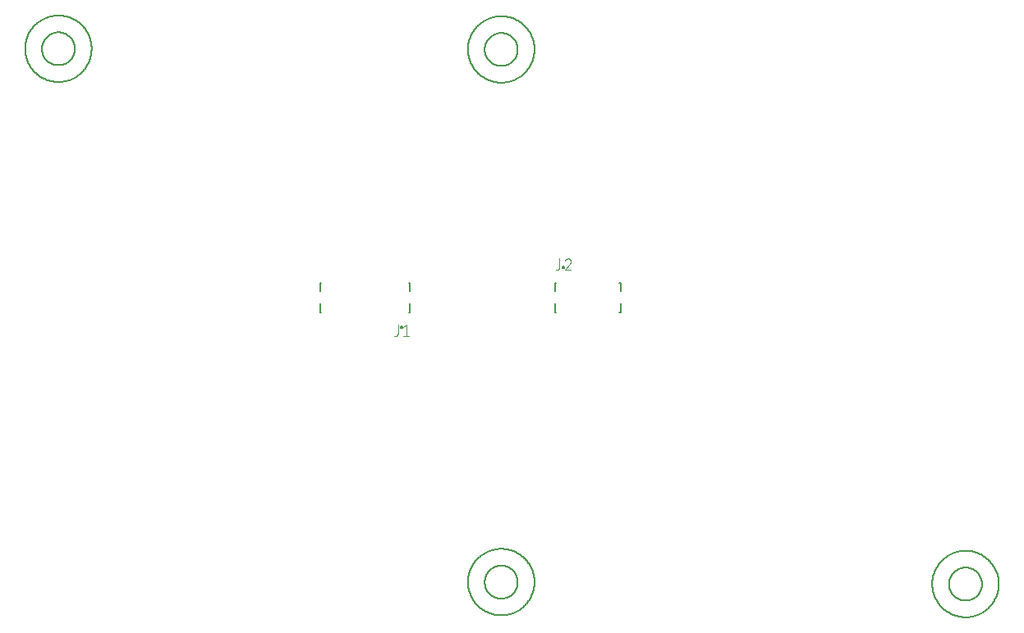
<source format=gbr>
G04 EAGLE Gerber RS-274X export*
G75*
%MOMM*%
%FSLAX34Y34*%
%LPD*%
%INSilkscreen Top*%
%IPPOS*%
%AMOC8*
5,1,8,0,0,1.08239X$1,22.5*%
G01*
%ADD10C,0.152400*%
%ADD11C,0.200000*%
%ADD12C,0.101600*%


D10*
X636310Y786000D02*
X636320Y786842D01*
X636351Y787683D01*
X636403Y788523D01*
X636475Y789361D01*
X636568Y790197D01*
X636681Y791031D01*
X636815Y791862D01*
X636969Y792690D01*
X637143Y793513D01*
X637338Y794332D01*
X637552Y795146D01*
X637787Y795954D01*
X638041Y796756D01*
X638314Y797552D01*
X638608Y798341D01*
X638920Y799122D01*
X639252Y799896D01*
X639602Y800661D01*
X639971Y801417D01*
X640359Y802164D01*
X640765Y802901D01*
X641188Y803629D01*
X641630Y804345D01*
X642089Y805051D01*
X642565Y805744D01*
X643058Y806427D01*
X643568Y807096D01*
X644093Y807753D01*
X644635Y808397D01*
X645193Y809028D01*
X645766Y809644D01*
X646353Y810247D01*
X646956Y810834D01*
X647572Y811407D01*
X648203Y811965D01*
X648847Y812507D01*
X649504Y813032D01*
X650173Y813542D01*
X650856Y814035D01*
X651549Y814511D01*
X652255Y814970D01*
X652971Y815412D01*
X653699Y815835D01*
X654436Y816241D01*
X655183Y816629D01*
X655939Y816998D01*
X656704Y817348D01*
X657478Y817680D01*
X658259Y817992D01*
X659048Y818286D01*
X659844Y818559D01*
X660646Y818813D01*
X661454Y819048D01*
X662268Y819262D01*
X663087Y819457D01*
X663910Y819631D01*
X664738Y819785D01*
X665569Y819919D01*
X666403Y820032D01*
X667239Y820125D01*
X668077Y820197D01*
X668917Y820249D01*
X669758Y820280D01*
X670600Y820290D01*
X671442Y820280D01*
X672283Y820249D01*
X673123Y820197D01*
X673961Y820125D01*
X674797Y820032D01*
X675631Y819919D01*
X676462Y819785D01*
X677290Y819631D01*
X678113Y819457D01*
X678932Y819262D01*
X679746Y819048D01*
X680554Y818813D01*
X681356Y818559D01*
X682152Y818286D01*
X682941Y817992D01*
X683722Y817680D01*
X684496Y817348D01*
X685261Y816998D01*
X686017Y816629D01*
X686764Y816241D01*
X687501Y815835D01*
X688229Y815412D01*
X688945Y814970D01*
X689651Y814511D01*
X690344Y814035D01*
X691027Y813542D01*
X691696Y813032D01*
X692353Y812507D01*
X692997Y811965D01*
X693628Y811407D01*
X694244Y810834D01*
X694847Y810247D01*
X695434Y809644D01*
X696007Y809028D01*
X696565Y808397D01*
X697107Y807753D01*
X697632Y807096D01*
X698142Y806427D01*
X698635Y805744D01*
X699111Y805051D01*
X699570Y804345D01*
X700012Y803629D01*
X700435Y802901D01*
X700841Y802164D01*
X701229Y801417D01*
X701598Y800661D01*
X701948Y799896D01*
X702280Y799122D01*
X702592Y798341D01*
X702886Y797552D01*
X703159Y796756D01*
X703413Y795954D01*
X703648Y795146D01*
X703862Y794332D01*
X704057Y793513D01*
X704231Y792690D01*
X704385Y791862D01*
X704519Y791031D01*
X704632Y790197D01*
X704725Y789361D01*
X704797Y788523D01*
X704849Y787683D01*
X704880Y786842D01*
X704890Y786000D01*
X704880Y785158D01*
X704849Y784317D01*
X704797Y783477D01*
X704725Y782639D01*
X704632Y781803D01*
X704519Y780969D01*
X704385Y780138D01*
X704231Y779310D01*
X704057Y778487D01*
X703862Y777668D01*
X703648Y776854D01*
X703413Y776046D01*
X703159Y775244D01*
X702886Y774448D01*
X702592Y773659D01*
X702280Y772878D01*
X701948Y772104D01*
X701598Y771339D01*
X701229Y770583D01*
X700841Y769836D01*
X700435Y769099D01*
X700012Y768371D01*
X699570Y767655D01*
X699111Y766949D01*
X698635Y766256D01*
X698142Y765573D01*
X697632Y764904D01*
X697107Y764247D01*
X696565Y763603D01*
X696007Y762972D01*
X695434Y762356D01*
X694847Y761753D01*
X694244Y761166D01*
X693628Y760593D01*
X692997Y760035D01*
X692353Y759493D01*
X691696Y758968D01*
X691027Y758458D01*
X690344Y757965D01*
X689651Y757489D01*
X688945Y757030D01*
X688229Y756588D01*
X687501Y756165D01*
X686764Y755759D01*
X686017Y755371D01*
X685261Y755002D01*
X684496Y754652D01*
X683722Y754320D01*
X682941Y754008D01*
X682152Y753714D01*
X681356Y753441D01*
X680554Y753187D01*
X679746Y752952D01*
X678932Y752738D01*
X678113Y752543D01*
X677290Y752369D01*
X676462Y752215D01*
X675631Y752081D01*
X674797Y751968D01*
X673961Y751875D01*
X673123Y751803D01*
X672283Y751751D01*
X671442Y751720D01*
X670600Y751710D01*
X669758Y751720D01*
X668917Y751751D01*
X668077Y751803D01*
X667239Y751875D01*
X666403Y751968D01*
X665569Y752081D01*
X664738Y752215D01*
X663910Y752369D01*
X663087Y752543D01*
X662268Y752738D01*
X661454Y752952D01*
X660646Y753187D01*
X659844Y753441D01*
X659048Y753714D01*
X658259Y754008D01*
X657478Y754320D01*
X656704Y754652D01*
X655939Y755002D01*
X655183Y755371D01*
X654436Y755759D01*
X653699Y756165D01*
X652971Y756588D01*
X652255Y757030D01*
X651549Y757489D01*
X650856Y757965D01*
X650173Y758458D01*
X649504Y758968D01*
X648847Y759493D01*
X648203Y760035D01*
X647572Y760593D01*
X646956Y761166D01*
X646353Y761753D01*
X645766Y762356D01*
X645193Y762972D01*
X644635Y763603D01*
X644093Y764247D01*
X643568Y764904D01*
X643058Y765573D01*
X642565Y766256D01*
X642089Y766949D01*
X641630Y767655D01*
X641188Y768371D01*
X640765Y769099D01*
X640359Y769836D01*
X639971Y770583D01*
X639602Y771339D01*
X639252Y772104D01*
X638920Y772878D01*
X638608Y773659D01*
X638314Y774448D01*
X638041Y775244D01*
X637787Y776046D01*
X637552Y776854D01*
X637338Y777668D01*
X637143Y778487D01*
X636969Y779310D01*
X636815Y780138D01*
X636681Y780969D01*
X636568Y781803D01*
X636475Y782639D01*
X636403Y783477D01*
X636351Y784317D01*
X636320Y785158D01*
X636310Y786000D01*
X653600Y786000D02*
X653605Y786417D01*
X653620Y786834D01*
X653646Y787251D01*
X653682Y787666D01*
X653728Y788081D01*
X653784Y788494D01*
X653850Y788906D01*
X653927Y789317D01*
X654013Y789725D01*
X654109Y790131D01*
X654216Y790534D01*
X654332Y790935D01*
X654458Y791333D01*
X654594Y791727D01*
X654739Y792118D01*
X654894Y792506D01*
X655058Y792889D01*
X655232Y793268D01*
X655415Y793643D01*
X655607Y794014D01*
X655809Y794379D01*
X656019Y794740D01*
X656237Y795095D01*
X656465Y795445D01*
X656701Y795789D01*
X656945Y796127D01*
X657198Y796459D01*
X657459Y796785D01*
X657727Y797104D01*
X658004Y797417D01*
X658288Y797722D01*
X658579Y798021D01*
X658878Y798312D01*
X659183Y798596D01*
X659496Y798873D01*
X659815Y799141D01*
X660141Y799402D01*
X660473Y799655D01*
X660811Y799899D01*
X661155Y800135D01*
X661505Y800363D01*
X661860Y800581D01*
X662221Y800791D01*
X662586Y800993D01*
X662957Y801185D01*
X663332Y801368D01*
X663711Y801542D01*
X664094Y801706D01*
X664482Y801861D01*
X664873Y802006D01*
X665267Y802142D01*
X665665Y802268D01*
X666066Y802384D01*
X666469Y802491D01*
X666875Y802587D01*
X667283Y802673D01*
X667694Y802750D01*
X668106Y802816D01*
X668519Y802872D01*
X668934Y802918D01*
X669349Y802954D01*
X669766Y802980D01*
X670183Y802995D01*
X670600Y803000D01*
X671017Y802995D01*
X671434Y802980D01*
X671851Y802954D01*
X672266Y802918D01*
X672681Y802872D01*
X673094Y802816D01*
X673506Y802750D01*
X673917Y802673D01*
X674325Y802587D01*
X674731Y802491D01*
X675134Y802384D01*
X675535Y802268D01*
X675933Y802142D01*
X676327Y802006D01*
X676718Y801861D01*
X677106Y801706D01*
X677489Y801542D01*
X677868Y801368D01*
X678243Y801185D01*
X678614Y800993D01*
X678979Y800791D01*
X679340Y800581D01*
X679695Y800363D01*
X680045Y800135D01*
X680389Y799899D01*
X680727Y799655D01*
X681059Y799402D01*
X681385Y799141D01*
X681704Y798873D01*
X682017Y798596D01*
X682322Y798312D01*
X682621Y798021D01*
X682912Y797722D01*
X683196Y797417D01*
X683473Y797104D01*
X683741Y796785D01*
X684002Y796459D01*
X684255Y796127D01*
X684499Y795789D01*
X684735Y795445D01*
X684963Y795095D01*
X685181Y794740D01*
X685391Y794379D01*
X685593Y794014D01*
X685785Y793643D01*
X685968Y793268D01*
X686142Y792889D01*
X686306Y792506D01*
X686461Y792118D01*
X686606Y791727D01*
X686742Y791333D01*
X686868Y790935D01*
X686984Y790534D01*
X687091Y790131D01*
X687187Y789725D01*
X687273Y789317D01*
X687350Y788906D01*
X687416Y788494D01*
X687472Y788081D01*
X687518Y787666D01*
X687554Y787251D01*
X687580Y786834D01*
X687595Y786417D01*
X687600Y786000D01*
X687595Y785583D01*
X687580Y785166D01*
X687554Y784749D01*
X687518Y784334D01*
X687472Y783919D01*
X687416Y783506D01*
X687350Y783094D01*
X687273Y782683D01*
X687187Y782275D01*
X687091Y781869D01*
X686984Y781466D01*
X686868Y781065D01*
X686742Y780667D01*
X686606Y780273D01*
X686461Y779882D01*
X686306Y779494D01*
X686142Y779111D01*
X685968Y778732D01*
X685785Y778357D01*
X685593Y777986D01*
X685391Y777621D01*
X685181Y777260D01*
X684963Y776905D01*
X684735Y776555D01*
X684499Y776211D01*
X684255Y775873D01*
X684002Y775541D01*
X683741Y775215D01*
X683473Y774896D01*
X683196Y774583D01*
X682912Y774278D01*
X682621Y773979D01*
X682322Y773688D01*
X682017Y773404D01*
X681704Y773127D01*
X681385Y772859D01*
X681059Y772598D01*
X680727Y772345D01*
X680389Y772101D01*
X680045Y771865D01*
X679695Y771637D01*
X679340Y771419D01*
X678979Y771209D01*
X678614Y771007D01*
X678243Y770815D01*
X677868Y770632D01*
X677489Y770458D01*
X677106Y770294D01*
X676718Y770139D01*
X676327Y769994D01*
X675933Y769858D01*
X675535Y769732D01*
X675134Y769616D01*
X674731Y769509D01*
X674325Y769413D01*
X673917Y769327D01*
X673506Y769250D01*
X673094Y769184D01*
X672681Y769128D01*
X672266Y769082D01*
X671851Y769046D01*
X671434Y769020D01*
X671017Y769005D01*
X670600Y769000D01*
X670183Y769005D01*
X669766Y769020D01*
X669349Y769046D01*
X668934Y769082D01*
X668519Y769128D01*
X668106Y769184D01*
X667694Y769250D01*
X667283Y769327D01*
X666875Y769413D01*
X666469Y769509D01*
X666066Y769616D01*
X665665Y769732D01*
X665267Y769858D01*
X664873Y769994D01*
X664482Y770139D01*
X664094Y770294D01*
X663711Y770458D01*
X663332Y770632D01*
X662957Y770815D01*
X662586Y771007D01*
X662221Y771209D01*
X661860Y771419D01*
X661505Y771637D01*
X661155Y771865D01*
X660811Y772101D01*
X660473Y772345D01*
X660141Y772598D01*
X659815Y772859D01*
X659496Y773127D01*
X659183Y773404D01*
X658878Y773688D01*
X658579Y773979D01*
X658288Y774278D01*
X658004Y774583D01*
X657727Y774896D01*
X657459Y775215D01*
X657198Y775541D01*
X656945Y775873D01*
X656701Y776211D01*
X656465Y776555D01*
X656237Y776905D01*
X656019Y777260D01*
X655809Y777621D01*
X655607Y777986D01*
X655415Y778357D01*
X655232Y778732D01*
X655058Y779111D01*
X654894Y779494D01*
X654739Y779882D01*
X654594Y780273D01*
X654458Y780667D01*
X654332Y781065D01*
X654216Y781466D01*
X654109Y781869D01*
X654013Y782275D01*
X653927Y782683D01*
X653850Y783094D01*
X653784Y783506D01*
X653728Y783919D01*
X653682Y784334D01*
X653646Y784749D01*
X653620Y785166D01*
X653605Y785583D01*
X653600Y786000D01*
X179710Y786700D02*
X179720Y787542D01*
X179751Y788383D01*
X179803Y789223D01*
X179875Y790061D01*
X179968Y790897D01*
X180081Y791731D01*
X180215Y792562D01*
X180369Y793390D01*
X180543Y794213D01*
X180738Y795032D01*
X180952Y795846D01*
X181187Y796654D01*
X181441Y797456D01*
X181714Y798252D01*
X182008Y799041D01*
X182320Y799822D01*
X182652Y800596D01*
X183002Y801361D01*
X183371Y802117D01*
X183759Y802864D01*
X184165Y803601D01*
X184588Y804329D01*
X185030Y805045D01*
X185489Y805751D01*
X185965Y806444D01*
X186458Y807127D01*
X186968Y807796D01*
X187493Y808453D01*
X188035Y809097D01*
X188593Y809728D01*
X189166Y810344D01*
X189753Y810947D01*
X190356Y811534D01*
X190972Y812107D01*
X191603Y812665D01*
X192247Y813207D01*
X192904Y813732D01*
X193573Y814242D01*
X194256Y814735D01*
X194949Y815211D01*
X195655Y815670D01*
X196371Y816112D01*
X197099Y816535D01*
X197836Y816941D01*
X198583Y817329D01*
X199339Y817698D01*
X200104Y818048D01*
X200878Y818380D01*
X201659Y818692D01*
X202448Y818986D01*
X203244Y819259D01*
X204046Y819513D01*
X204854Y819748D01*
X205668Y819962D01*
X206487Y820157D01*
X207310Y820331D01*
X208138Y820485D01*
X208969Y820619D01*
X209803Y820732D01*
X210639Y820825D01*
X211477Y820897D01*
X212317Y820949D01*
X213158Y820980D01*
X214000Y820990D01*
X214842Y820980D01*
X215683Y820949D01*
X216523Y820897D01*
X217361Y820825D01*
X218197Y820732D01*
X219031Y820619D01*
X219862Y820485D01*
X220690Y820331D01*
X221513Y820157D01*
X222332Y819962D01*
X223146Y819748D01*
X223954Y819513D01*
X224756Y819259D01*
X225552Y818986D01*
X226341Y818692D01*
X227122Y818380D01*
X227896Y818048D01*
X228661Y817698D01*
X229417Y817329D01*
X230164Y816941D01*
X230901Y816535D01*
X231629Y816112D01*
X232345Y815670D01*
X233051Y815211D01*
X233744Y814735D01*
X234427Y814242D01*
X235096Y813732D01*
X235753Y813207D01*
X236397Y812665D01*
X237028Y812107D01*
X237644Y811534D01*
X238247Y810947D01*
X238834Y810344D01*
X239407Y809728D01*
X239965Y809097D01*
X240507Y808453D01*
X241032Y807796D01*
X241542Y807127D01*
X242035Y806444D01*
X242511Y805751D01*
X242970Y805045D01*
X243412Y804329D01*
X243835Y803601D01*
X244241Y802864D01*
X244629Y802117D01*
X244998Y801361D01*
X245348Y800596D01*
X245680Y799822D01*
X245992Y799041D01*
X246286Y798252D01*
X246559Y797456D01*
X246813Y796654D01*
X247048Y795846D01*
X247262Y795032D01*
X247457Y794213D01*
X247631Y793390D01*
X247785Y792562D01*
X247919Y791731D01*
X248032Y790897D01*
X248125Y790061D01*
X248197Y789223D01*
X248249Y788383D01*
X248280Y787542D01*
X248290Y786700D01*
X248280Y785858D01*
X248249Y785017D01*
X248197Y784177D01*
X248125Y783339D01*
X248032Y782503D01*
X247919Y781669D01*
X247785Y780838D01*
X247631Y780010D01*
X247457Y779187D01*
X247262Y778368D01*
X247048Y777554D01*
X246813Y776746D01*
X246559Y775944D01*
X246286Y775148D01*
X245992Y774359D01*
X245680Y773578D01*
X245348Y772804D01*
X244998Y772039D01*
X244629Y771283D01*
X244241Y770536D01*
X243835Y769799D01*
X243412Y769071D01*
X242970Y768355D01*
X242511Y767649D01*
X242035Y766956D01*
X241542Y766273D01*
X241032Y765604D01*
X240507Y764947D01*
X239965Y764303D01*
X239407Y763672D01*
X238834Y763056D01*
X238247Y762453D01*
X237644Y761866D01*
X237028Y761293D01*
X236397Y760735D01*
X235753Y760193D01*
X235096Y759668D01*
X234427Y759158D01*
X233744Y758665D01*
X233051Y758189D01*
X232345Y757730D01*
X231629Y757288D01*
X230901Y756865D01*
X230164Y756459D01*
X229417Y756071D01*
X228661Y755702D01*
X227896Y755352D01*
X227122Y755020D01*
X226341Y754708D01*
X225552Y754414D01*
X224756Y754141D01*
X223954Y753887D01*
X223146Y753652D01*
X222332Y753438D01*
X221513Y753243D01*
X220690Y753069D01*
X219862Y752915D01*
X219031Y752781D01*
X218197Y752668D01*
X217361Y752575D01*
X216523Y752503D01*
X215683Y752451D01*
X214842Y752420D01*
X214000Y752410D01*
X213158Y752420D01*
X212317Y752451D01*
X211477Y752503D01*
X210639Y752575D01*
X209803Y752668D01*
X208969Y752781D01*
X208138Y752915D01*
X207310Y753069D01*
X206487Y753243D01*
X205668Y753438D01*
X204854Y753652D01*
X204046Y753887D01*
X203244Y754141D01*
X202448Y754414D01*
X201659Y754708D01*
X200878Y755020D01*
X200104Y755352D01*
X199339Y755702D01*
X198583Y756071D01*
X197836Y756459D01*
X197099Y756865D01*
X196371Y757288D01*
X195655Y757730D01*
X194949Y758189D01*
X194256Y758665D01*
X193573Y759158D01*
X192904Y759668D01*
X192247Y760193D01*
X191603Y760735D01*
X190972Y761293D01*
X190356Y761866D01*
X189753Y762453D01*
X189166Y763056D01*
X188593Y763672D01*
X188035Y764303D01*
X187493Y764947D01*
X186968Y765604D01*
X186458Y766273D01*
X185965Y766956D01*
X185489Y767649D01*
X185030Y768355D01*
X184588Y769071D01*
X184165Y769799D01*
X183759Y770536D01*
X183371Y771283D01*
X183002Y772039D01*
X182652Y772804D01*
X182320Y773578D01*
X182008Y774359D01*
X181714Y775148D01*
X181441Y775944D01*
X181187Y776746D01*
X180952Y777554D01*
X180738Y778368D01*
X180543Y779187D01*
X180369Y780010D01*
X180215Y780838D01*
X180081Y781669D01*
X179968Y782503D01*
X179875Y783339D01*
X179803Y784177D01*
X179751Y785017D01*
X179720Y785858D01*
X179710Y786700D01*
X197000Y786700D02*
X197005Y787117D01*
X197020Y787534D01*
X197046Y787951D01*
X197082Y788366D01*
X197128Y788781D01*
X197184Y789194D01*
X197250Y789606D01*
X197327Y790017D01*
X197413Y790425D01*
X197509Y790831D01*
X197616Y791234D01*
X197732Y791635D01*
X197858Y792033D01*
X197994Y792427D01*
X198139Y792818D01*
X198294Y793206D01*
X198458Y793589D01*
X198632Y793968D01*
X198815Y794343D01*
X199007Y794714D01*
X199209Y795079D01*
X199419Y795440D01*
X199637Y795795D01*
X199865Y796145D01*
X200101Y796489D01*
X200345Y796827D01*
X200598Y797159D01*
X200859Y797485D01*
X201127Y797804D01*
X201404Y798117D01*
X201688Y798422D01*
X201979Y798721D01*
X202278Y799012D01*
X202583Y799296D01*
X202896Y799573D01*
X203215Y799841D01*
X203541Y800102D01*
X203873Y800355D01*
X204211Y800599D01*
X204555Y800835D01*
X204905Y801063D01*
X205260Y801281D01*
X205621Y801491D01*
X205986Y801693D01*
X206357Y801885D01*
X206732Y802068D01*
X207111Y802242D01*
X207494Y802406D01*
X207882Y802561D01*
X208273Y802706D01*
X208667Y802842D01*
X209065Y802968D01*
X209466Y803084D01*
X209869Y803191D01*
X210275Y803287D01*
X210683Y803373D01*
X211094Y803450D01*
X211506Y803516D01*
X211919Y803572D01*
X212334Y803618D01*
X212749Y803654D01*
X213166Y803680D01*
X213583Y803695D01*
X214000Y803700D01*
X214417Y803695D01*
X214834Y803680D01*
X215251Y803654D01*
X215666Y803618D01*
X216081Y803572D01*
X216494Y803516D01*
X216906Y803450D01*
X217317Y803373D01*
X217725Y803287D01*
X218131Y803191D01*
X218534Y803084D01*
X218935Y802968D01*
X219333Y802842D01*
X219727Y802706D01*
X220118Y802561D01*
X220506Y802406D01*
X220889Y802242D01*
X221268Y802068D01*
X221643Y801885D01*
X222014Y801693D01*
X222379Y801491D01*
X222740Y801281D01*
X223095Y801063D01*
X223445Y800835D01*
X223789Y800599D01*
X224127Y800355D01*
X224459Y800102D01*
X224785Y799841D01*
X225104Y799573D01*
X225417Y799296D01*
X225722Y799012D01*
X226021Y798721D01*
X226312Y798422D01*
X226596Y798117D01*
X226873Y797804D01*
X227141Y797485D01*
X227402Y797159D01*
X227655Y796827D01*
X227899Y796489D01*
X228135Y796145D01*
X228363Y795795D01*
X228581Y795440D01*
X228791Y795079D01*
X228993Y794714D01*
X229185Y794343D01*
X229368Y793968D01*
X229542Y793589D01*
X229706Y793206D01*
X229861Y792818D01*
X230006Y792427D01*
X230142Y792033D01*
X230268Y791635D01*
X230384Y791234D01*
X230491Y790831D01*
X230587Y790425D01*
X230673Y790017D01*
X230750Y789606D01*
X230816Y789194D01*
X230872Y788781D01*
X230918Y788366D01*
X230954Y787951D01*
X230980Y787534D01*
X230995Y787117D01*
X231000Y786700D01*
X230995Y786283D01*
X230980Y785866D01*
X230954Y785449D01*
X230918Y785034D01*
X230872Y784619D01*
X230816Y784206D01*
X230750Y783794D01*
X230673Y783383D01*
X230587Y782975D01*
X230491Y782569D01*
X230384Y782166D01*
X230268Y781765D01*
X230142Y781367D01*
X230006Y780973D01*
X229861Y780582D01*
X229706Y780194D01*
X229542Y779811D01*
X229368Y779432D01*
X229185Y779057D01*
X228993Y778686D01*
X228791Y778321D01*
X228581Y777960D01*
X228363Y777605D01*
X228135Y777255D01*
X227899Y776911D01*
X227655Y776573D01*
X227402Y776241D01*
X227141Y775915D01*
X226873Y775596D01*
X226596Y775283D01*
X226312Y774978D01*
X226021Y774679D01*
X225722Y774388D01*
X225417Y774104D01*
X225104Y773827D01*
X224785Y773559D01*
X224459Y773298D01*
X224127Y773045D01*
X223789Y772801D01*
X223445Y772565D01*
X223095Y772337D01*
X222740Y772119D01*
X222379Y771909D01*
X222014Y771707D01*
X221643Y771515D01*
X221268Y771332D01*
X220889Y771158D01*
X220506Y770994D01*
X220118Y770839D01*
X219727Y770694D01*
X219333Y770558D01*
X218935Y770432D01*
X218534Y770316D01*
X218131Y770209D01*
X217725Y770113D01*
X217317Y770027D01*
X216906Y769950D01*
X216494Y769884D01*
X216081Y769828D01*
X215666Y769782D01*
X215251Y769746D01*
X214834Y769720D01*
X214417Y769705D01*
X214000Y769700D01*
X213583Y769705D01*
X213166Y769720D01*
X212749Y769746D01*
X212334Y769782D01*
X211919Y769828D01*
X211506Y769884D01*
X211094Y769950D01*
X210683Y770027D01*
X210275Y770113D01*
X209869Y770209D01*
X209466Y770316D01*
X209065Y770432D01*
X208667Y770558D01*
X208273Y770694D01*
X207882Y770839D01*
X207494Y770994D01*
X207111Y771158D01*
X206732Y771332D01*
X206357Y771515D01*
X205986Y771707D01*
X205621Y771909D01*
X205260Y772119D01*
X204905Y772337D01*
X204555Y772565D01*
X204211Y772801D01*
X203873Y773045D01*
X203541Y773298D01*
X203215Y773559D01*
X202896Y773827D01*
X202583Y774104D01*
X202278Y774388D01*
X201979Y774679D01*
X201688Y774978D01*
X201404Y775283D01*
X201127Y775596D01*
X200859Y775915D01*
X200598Y776241D01*
X200345Y776573D01*
X200101Y776911D01*
X199865Y777255D01*
X199637Y777605D01*
X199419Y777960D01*
X199209Y778321D01*
X199007Y778686D01*
X198815Y779057D01*
X198632Y779432D01*
X198458Y779811D01*
X198294Y780194D01*
X198139Y780582D01*
X197994Y780973D01*
X197858Y781367D01*
X197732Y781765D01*
X197616Y782166D01*
X197509Y782569D01*
X197413Y782975D01*
X197327Y783383D01*
X197250Y783794D01*
X197184Y784206D01*
X197128Y784619D01*
X197082Y785034D01*
X197046Y785449D01*
X197020Y785866D01*
X197005Y786283D01*
X197000Y786700D01*
X1115010Y234000D02*
X1115020Y234842D01*
X1115051Y235683D01*
X1115103Y236523D01*
X1115175Y237361D01*
X1115268Y238197D01*
X1115381Y239031D01*
X1115515Y239862D01*
X1115669Y240690D01*
X1115843Y241513D01*
X1116038Y242332D01*
X1116252Y243146D01*
X1116487Y243954D01*
X1116741Y244756D01*
X1117014Y245552D01*
X1117308Y246341D01*
X1117620Y247122D01*
X1117952Y247896D01*
X1118302Y248661D01*
X1118671Y249417D01*
X1119059Y250164D01*
X1119465Y250901D01*
X1119888Y251629D01*
X1120330Y252345D01*
X1120789Y253051D01*
X1121265Y253744D01*
X1121758Y254427D01*
X1122268Y255096D01*
X1122793Y255753D01*
X1123335Y256397D01*
X1123893Y257028D01*
X1124466Y257644D01*
X1125053Y258247D01*
X1125656Y258834D01*
X1126272Y259407D01*
X1126903Y259965D01*
X1127547Y260507D01*
X1128204Y261032D01*
X1128873Y261542D01*
X1129556Y262035D01*
X1130249Y262511D01*
X1130955Y262970D01*
X1131671Y263412D01*
X1132399Y263835D01*
X1133136Y264241D01*
X1133883Y264629D01*
X1134639Y264998D01*
X1135404Y265348D01*
X1136178Y265680D01*
X1136959Y265992D01*
X1137748Y266286D01*
X1138544Y266559D01*
X1139346Y266813D01*
X1140154Y267048D01*
X1140968Y267262D01*
X1141787Y267457D01*
X1142610Y267631D01*
X1143438Y267785D01*
X1144269Y267919D01*
X1145103Y268032D01*
X1145939Y268125D01*
X1146777Y268197D01*
X1147617Y268249D01*
X1148458Y268280D01*
X1149300Y268290D01*
X1150142Y268280D01*
X1150983Y268249D01*
X1151823Y268197D01*
X1152661Y268125D01*
X1153497Y268032D01*
X1154331Y267919D01*
X1155162Y267785D01*
X1155990Y267631D01*
X1156813Y267457D01*
X1157632Y267262D01*
X1158446Y267048D01*
X1159254Y266813D01*
X1160056Y266559D01*
X1160852Y266286D01*
X1161641Y265992D01*
X1162422Y265680D01*
X1163196Y265348D01*
X1163961Y264998D01*
X1164717Y264629D01*
X1165464Y264241D01*
X1166201Y263835D01*
X1166929Y263412D01*
X1167645Y262970D01*
X1168351Y262511D01*
X1169044Y262035D01*
X1169727Y261542D01*
X1170396Y261032D01*
X1171053Y260507D01*
X1171697Y259965D01*
X1172328Y259407D01*
X1172944Y258834D01*
X1173547Y258247D01*
X1174134Y257644D01*
X1174707Y257028D01*
X1175265Y256397D01*
X1175807Y255753D01*
X1176332Y255096D01*
X1176842Y254427D01*
X1177335Y253744D01*
X1177811Y253051D01*
X1178270Y252345D01*
X1178712Y251629D01*
X1179135Y250901D01*
X1179541Y250164D01*
X1179929Y249417D01*
X1180298Y248661D01*
X1180648Y247896D01*
X1180980Y247122D01*
X1181292Y246341D01*
X1181586Y245552D01*
X1181859Y244756D01*
X1182113Y243954D01*
X1182348Y243146D01*
X1182562Y242332D01*
X1182757Y241513D01*
X1182931Y240690D01*
X1183085Y239862D01*
X1183219Y239031D01*
X1183332Y238197D01*
X1183425Y237361D01*
X1183497Y236523D01*
X1183549Y235683D01*
X1183580Y234842D01*
X1183590Y234000D01*
X1183580Y233158D01*
X1183549Y232317D01*
X1183497Y231477D01*
X1183425Y230639D01*
X1183332Y229803D01*
X1183219Y228969D01*
X1183085Y228138D01*
X1182931Y227310D01*
X1182757Y226487D01*
X1182562Y225668D01*
X1182348Y224854D01*
X1182113Y224046D01*
X1181859Y223244D01*
X1181586Y222448D01*
X1181292Y221659D01*
X1180980Y220878D01*
X1180648Y220104D01*
X1180298Y219339D01*
X1179929Y218583D01*
X1179541Y217836D01*
X1179135Y217099D01*
X1178712Y216371D01*
X1178270Y215655D01*
X1177811Y214949D01*
X1177335Y214256D01*
X1176842Y213573D01*
X1176332Y212904D01*
X1175807Y212247D01*
X1175265Y211603D01*
X1174707Y210972D01*
X1174134Y210356D01*
X1173547Y209753D01*
X1172944Y209166D01*
X1172328Y208593D01*
X1171697Y208035D01*
X1171053Y207493D01*
X1170396Y206968D01*
X1169727Y206458D01*
X1169044Y205965D01*
X1168351Y205489D01*
X1167645Y205030D01*
X1166929Y204588D01*
X1166201Y204165D01*
X1165464Y203759D01*
X1164717Y203371D01*
X1163961Y203002D01*
X1163196Y202652D01*
X1162422Y202320D01*
X1161641Y202008D01*
X1160852Y201714D01*
X1160056Y201441D01*
X1159254Y201187D01*
X1158446Y200952D01*
X1157632Y200738D01*
X1156813Y200543D01*
X1155990Y200369D01*
X1155162Y200215D01*
X1154331Y200081D01*
X1153497Y199968D01*
X1152661Y199875D01*
X1151823Y199803D01*
X1150983Y199751D01*
X1150142Y199720D01*
X1149300Y199710D01*
X1148458Y199720D01*
X1147617Y199751D01*
X1146777Y199803D01*
X1145939Y199875D01*
X1145103Y199968D01*
X1144269Y200081D01*
X1143438Y200215D01*
X1142610Y200369D01*
X1141787Y200543D01*
X1140968Y200738D01*
X1140154Y200952D01*
X1139346Y201187D01*
X1138544Y201441D01*
X1137748Y201714D01*
X1136959Y202008D01*
X1136178Y202320D01*
X1135404Y202652D01*
X1134639Y203002D01*
X1133883Y203371D01*
X1133136Y203759D01*
X1132399Y204165D01*
X1131671Y204588D01*
X1130955Y205030D01*
X1130249Y205489D01*
X1129556Y205965D01*
X1128873Y206458D01*
X1128204Y206968D01*
X1127547Y207493D01*
X1126903Y208035D01*
X1126272Y208593D01*
X1125656Y209166D01*
X1125053Y209753D01*
X1124466Y210356D01*
X1123893Y210972D01*
X1123335Y211603D01*
X1122793Y212247D01*
X1122268Y212904D01*
X1121758Y213573D01*
X1121265Y214256D01*
X1120789Y214949D01*
X1120330Y215655D01*
X1119888Y216371D01*
X1119465Y217099D01*
X1119059Y217836D01*
X1118671Y218583D01*
X1118302Y219339D01*
X1117952Y220104D01*
X1117620Y220878D01*
X1117308Y221659D01*
X1117014Y222448D01*
X1116741Y223244D01*
X1116487Y224046D01*
X1116252Y224854D01*
X1116038Y225668D01*
X1115843Y226487D01*
X1115669Y227310D01*
X1115515Y228138D01*
X1115381Y228969D01*
X1115268Y229803D01*
X1115175Y230639D01*
X1115103Y231477D01*
X1115051Y232317D01*
X1115020Y233158D01*
X1115010Y234000D01*
X1132300Y234000D02*
X1132305Y234417D01*
X1132320Y234834D01*
X1132346Y235251D01*
X1132382Y235666D01*
X1132428Y236081D01*
X1132484Y236494D01*
X1132550Y236906D01*
X1132627Y237317D01*
X1132713Y237725D01*
X1132809Y238131D01*
X1132916Y238534D01*
X1133032Y238935D01*
X1133158Y239333D01*
X1133294Y239727D01*
X1133439Y240118D01*
X1133594Y240506D01*
X1133758Y240889D01*
X1133932Y241268D01*
X1134115Y241643D01*
X1134307Y242014D01*
X1134509Y242379D01*
X1134719Y242740D01*
X1134937Y243095D01*
X1135165Y243445D01*
X1135401Y243789D01*
X1135645Y244127D01*
X1135898Y244459D01*
X1136159Y244785D01*
X1136427Y245104D01*
X1136704Y245417D01*
X1136988Y245722D01*
X1137279Y246021D01*
X1137578Y246312D01*
X1137883Y246596D01*
X1138196Y246873D01*
X1138515Y247141D01*
X1138841Y247402D01*
X1139173Y247655D01*
X1139511Y247899D01*
X1139855Y248135D01*
X1140205Y248363D01*
X1140560Y248581D01*
X1140921Y248791D01*
X1141286Y248993D01*
X1141657Y249185D01*
X1142032Y249368D01*
X1142411Y249542D01*
X1142794Y249706D01*
X1143182Y249861D01*
X1143573Y250006D01*
X1143967Y250142D01*
X1144365Y250268D01*
X1144766Y250384D01*
X1145169Y250491D01*
X1145575Y250587D01*
X1145983Y250673D01*
X1146394Y250750D01*
X1146806Y250816D01*
X1147219Y250872D01*
X1147634Y250918D01*
X1148049Y250954D01*
X1148466Y250980D01*
X1148883Y250995D01*
X1149300Y251000D01*
X1149717Y250995D01*
X1150134Y250980D01*
X1150551Y250954D01*
X1150966Y250918D01*
X1151381Y250872D01*
X1151794Y250816D01*
X1152206Y250750D01*
X1152617Y250673D01*
X1153025Y250587D01*
X1153431Y250491D01*
X1153834Y250384D01*
X1154235Y250268D01*
X1154633Y250142D01*
X1155027Y250006D01*
X1155418Y249861D01*
X1155806Y249706D01*
X1156189Y249542D01*
X1156568Y249368D01*
X1156943Y249185D01*
X1157314Y248993D01*
X1157679Y248791D01*
X1158040Y248581D01*
X1158395Y248363D01*
X1158745Y248135D01*
X1159089Y247899D01*
X1159427Y247655D01*
X1159759Y247402D01*
X1160085Y247141D01*
X1160404Y246873D01*
X1160717Y246596D01*
X1161022Y246312D01*
X1161321Y246021D01*
X1161612Y245722D01*
X1161896Y245417D01*
X1162173Y245104D01*
X1162441Y244785D01*
X1162702Y244459D01*
X1162955Y244127D01*
X1163199Y243789D01*
X1163435Y243445D01*
X1163663Y243095D01*
X1163881Y242740D01*
X1164091Y242379D01*
X1164293Y242014D01*
X1164485Y241643D01*
X1164668Y241268D01*
X1164842Y240889D01*
X1165006Y240506D01*
X1165161Y240118D01*
X1165306Y239727D01*
X1165442Y239333D01*
X1165568Y238935D01*
X1165684Y238534D01*
X1165791Y238131D01*
X1165887Y237725D01*
X1165973Y237317D01*
X1166050Y236906D01*
X1166116Y236494D01*
X1166172Y236081D01*
X1166218Y235666D01*
X1166254Y235251D01*
X1166280Y234834D01*
X1166295Y234417D01*
X1166300Y234000D01*
X1166295Y233583D01*
X1166280Y233166D01*
X1166254Y232749D01*
X1166218Y232334D01*
X1166172Y231919D01*
X1166116Y231506D01*
X1166050Y231094D01*
X1165973Y230683D01*
X1165887Y230275D01*
X1165791Y229869D01*
X1165684Y229466D01*
X1165568Y229065D01*
X1165442Y228667D01*
X1165306Y228273D01*
X1165161Y227882D01*
X1165006Y227494D01*
X1164842Y227111D01*
X1164668Y226732D01*
X1164485Y226357D01*
X1164293Y225986D01*
X1164091Y225621D01*
X1163881Y225260D01*
X1163663Y224905D01*
X1163435Y224555D01*
X1163199Y224211D01*
X1162955Y223873D01*
X1162702Y223541D01*
X1162441Y223215D01*
X1162173Y222896D01*
X1161896Y222583D01*
X1161612Y222278D01*
X1161321Y221979D01*
X1161022Y221688D01*
X1160717Y221404D01*
X1160404Y221127D01*
X1160085Y220859D01*
X1159759Y220598D01*
X1159427Y220345D01*
X1159089Y220101D01*
X1158745Y219865D01*
X1158395Y219637D01*
X1158040Y219419D01*
X1157679Y219209D01*
X1157314Y219007D01*
X1156943Y218815D01*
X1156568Y218632D01*
X1156189Y218458D01*
X1155806Y218294D01*
X1155418Y218139D01*
X1155027Y217994D01*
X1154633Y217858D01*
X1154235Y217732D01*
X1153834Y217616D01*
X1153431Y217509D01*
X1153025Y217413D01*
X1152617Y217327D01*
X1152206Y217250D01*
X1151794Y217184D01*
X1151381Y217128D01*
X1150966Y217082D01*
X1150551Y217046D01*
X1150134Y217020D01*
X1149717Y217005D01*
X1149300Y217000D01*
X1148883Y217005D01*
X1148466Y217020D01*
X1148049Y217046D01*
X1147634Y217082D01*
X1147219Y217128D01*
X1146806Y217184D01*
X1146394Y217250D01*
X1145983Y217327D01*
X1145575Y217413D01*
X1145169Y217509D01*
X1144766Y217616D01*
X1144365Y217732D01*
X1143967Y217858D01*
X1143573Y217994D01*
X1143182Y218139D01*
X1142794Y218294D01*
X1142411Y218458D01*
X1142032Y218632D01*
X1141657Y218815D01*
X1141286Y219007D01*
X1140921Y219209D01*
X1140560Y219419D01*
X1140205Y219637D01*
X1139855Y219865D01*
X1139511Y220101D01*
X1139173Y220345D01*
X1138841Y220598D01*
X1138515Y220859D01*
X1138196Y221127D01*
X1137883Y221404D01*
X1137578Y221688D01*
X1137279Y221979D01*
X1136988Y222278D01*
X1136704Y222583D01*
X1136427Y222896D01*
X1136159Y223215D01*
X1135898Y223541D01*
X1135645Y223873D01*
X1135401Y224211D01*
X1135165Y224555D01*
X1134937Y224905D01*
X1134719Y225260D01*
X1134509Y225621D01*
X1134307Y225986D01*
X1134115Y226357D01*
X1133932Y226732D01*
X1133758Y227111D01*
X1133594Y227494D01*
X1133439Y227882D01*
X1133294Y228273D01*
X1133158Y228667D01*
X1133032Y229065D01*
X1132916Y229466D01*
X1132809Y229869D01*
X1132713Y230275D01*
X1132627Y230683D01*
X1132550Y231094D01*
X1132484Y231506D01*
X1132428Y231919D01*
X1132382Y232334D01*
X1132346Y232749D01*
X1132320Y233166D01*
X1132305Y233583D01*
X1132300Y234000D01*
X636310Y236000D02*
X636320Y236842D01*
X636351Y237683D01*
X636403Y238523D01*
X636475Y239361D01*
X636568Y240197D01*
X636681Y241031D01*
X636815Y241862D01*
X636969Y242690D01*
X637143Y243513D01*
X637338Y244332D01*
X637552Y245146D01*
X637787Y245954D01*
X638041Y246756D01*
X638314Y247552D01*
X638608Y248341D01*
X638920Y249122D01*
X639252Y249896D01*
X639602Y250661D01*
X639971Y251417D01*
X640359Y252164D01*
X640765Y252901D01*
X641188Y253629D01*
X641630Y254345D01*
X642089Y255051D01*
X642565Y255744D01*
X643058Y256427D01*
X643568Y257096D01*
X644093Y257753D01*
X644635Y258397D01*
X645193Y259028D01*
X645766Y259644D01*
X646353Y260247D01*
X646956Y260834D01*
X647572Y261407D01*
X648203Y261965D01*
X648847Y262507D01*
X649504Y263032D01*
X650173Y263542D01*
X650856Y264035D01*
X651549Y264511D01*
X652255Y264970D01*
X652971Y265412D01*
X653699Y265835D01*
X654436Y266241D01*
X655183Y266629D01*
X655939Y266998D01*
X656704Y267348D01*
X657478Y267680D01*
X658259Y267992D01*
X659048Y268286D01*
X659844Y268559D01*
X660646Y268813D01*
X661454Y269048D01*
X662268Y269262D01*
X663087Y269457D01*
X663910Y269631D01*
X664738Y269785D01*
X665569Y269919D01*
X666403Y270032D01*
X667239Y270125D01*
X668077Y270197D01*
X668917Y270249D01*
X669758Y270280D01*
X670600Y270290D01*
X671442Y270280D01*
X672283Y270249D01*
X673123Y270197D01*
X673961Y270125D01*
X674797Y270032D01*
X675631Y269919D01*
X676462Y269785D01*
X677290Y269631D01*
X678113Y269457D01*
X678932Y269262D01*
X679746Y269048D01*
X680554Y268813D01*
X681356Y268559D01*
X682152Y268286D01*
X682941Y267992D01*
X683722Y267680D01*
X684496Y267348D01*
X685261Y266998D01*
X686017Y266629D01*
X686764Y266241D01*
X687501Y265835D01*
X688229Y265412D01*
X688945Y264970D01*
X689651Y264511D01*
X690344Y264035D01*
X691027Y263542D01*
X691696Y263032D01*
X692353Y262507D01*
X692997Y261965D01*
X693628Y261407D01*
X694244Y260834D01*
X694847Y260247D01*
X695434Y259644D01*
X696007Y259028D01*
X696565Y258397D01*
X697107Y257753D01*
X697632Y257096D01*
X698142Y256427D01*
X698635Y255744D01*
X699111Y255051D01*
X699570Y254345D01*
X700012Y253629D01*
X700435Y252901D01*
X700841Y252164D01*
X701229Y251417D01*
X701598Y250661D01*
X701948Y249896D01*
X702280Y249122D01*
X702592Y248341D01*
X702886Y247552D01*
X703159Y246756D01*
X703413Y245954D01*
X703648Y245146D01*
X703862Y244332D01*
X704057Y243513D01*
X704231Y242690D01*
X704385Y241862D01*
X704519Y241031D01*
X704632Y240197D01*
X704725Y239361D01*
X704797Y238523D01*
X704849Y237683D01*
X704880Y236842D01*
X704890Y236000D01*
X704880Y235158D01*
X704849Y234317D01*
X704797Y233477D01*
X704725Y232639D01*
X704632Y231803D01*
X704519Y230969D01*
X704385Y230138D01*
X704231Y229310D01*
X704057Y228487D01*
X703862Y227668D01*
X703648Y226854D01*
X703413Y226046D01*
X703159Y225244D01*
X702886Y224448D01*
X702592Y223659D01*
X702280Y222878D01*
X701948Y222104D01*
X701598Y221339D01*
X701229Y220583D01*
X700841Y219836D01*
X700435Y219099D01*
X700012Y218371D01*
X699570Y217655D01*
X699111Y216949D01*
X698635Y216256D01*
X698142Y215573D01*
X697632Y214904D01*
X697107Y214247D01*
X696565Y213603D01*
X696007Y212972D01*
X695434Y212356D01*
X694847Y211753D01*
X694244Y211166D01*
X693628Y210593D01*
X692997Y210035D01*
X692353Y209493D01*
X691696Y208968D01*
X691027Y208458D01*
X690344Y207965D01*
X689651Y207489D01*
X688945Y207030D01*
X688229Y206588D01*
X687501Y206165D01*
X686764Y205759D01*
X686017Y205371D01*
X685261Y205002D01*
X684496Y204652D01*
X683722Y204320D01*
X682941Y204008D01*
X682152Y203714D01*
X681356Y203441D01*
X680554Y203187D01*
X679746Y202952D01*
X678932Y202738D01*
X678113Y202543D01*
X677290Y202369D01*
X676462Y202215D01*
X675631Y202081D01*
X674797Y201968D01*
X673961Y201875D01*
X673123Y201803D01*
X672283Y201751D01*
X671442Y201720D01*
X670600Y201710D01*
X669758Y201720D01*
X668917Y201751D01*
X668077Y201803D01*
X667239Y201875D01*
X666403Y201968D01*
X665569Y202081D01*
X664738Y202215D01*
X663910Y202369D01*
X663087Y202543D01*
X662268Y202738D01*
X661454Y202952D01*
X660646Y203187D01*
X659844Y203441D01*
X659048Y203714D01*
X658259Y204008D01*
X657478Y204320D01*
X656704Y204652D01*
X655939Y205002D01*
X655183Y205371D01*
X654436Y205759D01*
X653699Y206165D01*
X652971Y206588D01*
X652255Y207030D01*
X651549Y207489D01*
X650856Y207965D01*
X650173Y208458D01*
X649504Y208968D01*
X648847Y209493D01*
X648203Y210035D01*
X647572Y210593D01*
X646956Y211166D01*
X646353Y211753D01*
X645766Y212356D01*
X645193Y212972D01*
X644635Y213603D01*
X644093Y214247D01*
X643568Y214904D01*
X643058Y215573D01*
X642565Y216256D01*
X642089Y216949D01*
X641630Y217655D01*
X641188Y218371D01*
X640765Y219099D01*
X640359Y219836D01*
X639971Y220583D01*
X639602Y221339D01*
X639252Y222104D01*
X638920Y222878D01*
X638608Y223659D01*
X638314Y224448D01*
X638041Y225244D01*
X637787Y226046D01*
X637552Y226854D01*
X637338Y227668D01*
X637143Y228487D01*
X636969Y229310D01*
X636815Y230138D01*
X636681Y230969D01*
X636568Y231803D01*
X636475Y232639D01*
X636403Y233477D01*
X636351Y234317D01*
X636320Y235158D01*
X636310Y236000D01*
X653600Y236000D02*
X653605Y236417D01*
X653620Y236834D01*
X653646Y237251D01*
X653682Y237666D01*
X653728Y238081D01*
X653784Y238494D01*
X653850Y238906D01*
X653927Y239317D01*
X654013Y239725D01*
X654109Y240131D01*
X654216Y240534D01*
X654332Y240935D01*
X654458Y241333D01*
X654594Y241727D01*
X654739Y242118D01*
X654894Y242506D01*
X655058Y242889D01*
X655232Y243268D01*
X655415Y243643D01*
X655607Y244014D01*
X655809Y244379D01*
X656019Y244740D01*
X656237Y245095D01*
X656465Y245445D01*
X656701Y245789D01*
X656945Y246127D01*
X657198Y246459D01*
X657459Y246785D01*
X657727Y247104D01*
X658004Y247417D01*
X658288Y247722D01*
X658579Y248021D01*
X658878Y248312D01*
X659183Y248596D01*
X659496Y248873D01*
X659815Y249141D01*
X660141Y249402D01*
X660473Y249655D01*
X660811Y249899D01*
X661155Y250135D01*
X661505Y250363D01*
X661860Y250581D01*
X662221Y250791D01*
X662586Y250993D01*
X662957Y251185D01*
X663332Y251368D01*
X663711Y251542D01*
X664094Y251706D01*
X664482Y251861D01*
X664873Y252006D01*
X665267Y252142D01*
X665665Y252268D01*
X666066Y252384D01*
X666469Y252491D01*
X666875Y252587D01*
X667283Y252673D01*
X667694Y252750D01*
X668106Y252816D01*
X668519Y252872D01*
X668934Y252918D01*
X669349Y252954D01*
X669766Y252980D01*
X670183Y252995D01*
X670600Y253000D01*
X671017Y252995D01*
X671434Y252980D01*
X671851Y252954D01*
X672266Y252918D01*
X672681Y252872D01*
X673094Y252816D01*
X673506Y252750D01*
X673917Y252673D01*
X674325Y252587D01*
X674731Y252491D01*
X675134Y252384D01*
X675535Y252268D01*
X675933Y252142D01*
X676327Y252006D01*
X676718Y251861D01*
X677106Y251706D01*
X677489Y251542D01*
X677868Y251368D01*
X678243Y251185D01*
X678614Y250993D01*
X678979Y250791D01*
X679340Y250581D01*
X679695Y250363D01*
X680045Y250135D01*
X680389Y249899D01*
X680727Y249655D01*
X681059Y249402D01*
X681385Y249141D01*
X681704Y248873D01*
X682017Y248596D01*
X682322Y248312D01*
X682621Y248021D01*
X682912Y247722D01*
X683196Y247417D01*
X683473Y247104D01*
X683741Y246785D01*
X684002Y246459D01*
X684255Y246127D01*
X684499Y245789D01*
X684735Y245445D01*
X684963Y245095D01*
X685181Y244740D01*
X685391Y244379D01*
X685593Y244014D01*
X685785Y243643D01*
X685968Y243268D01*
X686142Y242889D01*
X686306Y242506D01*
X686461Y242118D01*
X686606Y241727D01*
X686742Y241333D01*
X686868Y240935D01*
X686984Y240534D01*
X687091Y240131D01*
X687187Y239725D01*
X687273Y239317D01*
X687350Y238906D01*
X687416Y238494D01*
X687472Y238081D01*
X687518Y237666D01*
X687554Y237251D01*
X687580Y236834D01*
X687595Y236417D01*
X687600Y236000D01*
X687595Y235583D01*
X687580Y235166D01*
X687554Y234749D01*
X687518Y234334D01*
X687472Y233919D01*
X687416Y233506D01*
X687350Y233094D01*
X687273Y232683D01*
X687187Y232275D01*
X687091Y231869D01*
X686984Y231466D01*
X686868Y231065D01*
X686742Y230667D01*
X686606Y230273D01*
X686461Y229882D01*
X686306Y229494D01*
X686142Y229111D01*
X685968Y228732D01*
X685785Y228357D01*
X685593Y227986D01*
X685391Y227621D01*
X685181Y227260D01*
X684963Y226905D01*
X684735Y226555D01*
X684499Y226211D01*
X684255Y225873D01*
X684002Y225541D01*
X683741Y225215D01*
X683473Y224896D01*
X683196Y224583D01*
X682912Y224278D01*
X682621Y223979D01*
X682322Y223688D01*
X682017Y223404D01*
X681704Y223127D01*
X681385Y222859D01*
X681059Y222598D01*
X680727Y222345D01*
X680389Y222101D01*
X680045Y221865D01*
X679695Y221637D01*
X679340Y221419D01*
X678979Y221209D01*
X678614Y221007D01*
X678243Y220815D01*
X677868Y220632D01*
X677489Y220458D01*
X677106Y220294D01*
X676718Y220139D01*
X676327Y219994D01*
X675933Y219858D01*
X675535Y219732D01*
X675134Y219616D01*
X674731Y219509D01*
X674325Y219413D01*
X673917Y219327D01*
X673506Y219250D01*
X673094Y219184D01*
X672681Y219128D01*
X672266Y219082D01*
X671851Y219046D01*
X671434Y219020D01*
X671017Y219005D01*
X670600Y219000D01*
X670183Y219005D01*
X669766Y219020D01*
X669349Y219046D01*
X668934Y219082D01*
X668519Y219128D01*
X668106Y219184D01*
X667694Y219250D01*
X667283Y219327D01*
X666875Y219413D01*
X666469Y219509D01*
X666066Y219616D01*
X665665Y219732D01*
X665267Y219858D01*
X664873Y219994D01*
X664482Y220139D01*
X664094Y220294D01*
X663711Y220458D01*
X663332Y220632D01*
X662957Y220815D01*
X662586Y221007D01*
X662221Y221209D01*
X661860Y221419D01*
X661505Y221637D01*
X661155Y221865D01*
X660811Y222101D01*
X660473Y222345D01*
X660141Y222598D01*
X659815Y222859D01*
X659496Y223127D01*
X659183Y223404D01*
X658878Y223688D01*
X658579Y223979D01*
X658288Y224278D01*
X658004Y224583D01*
X657727Y224896D01*
X657459Y225215D01*
X657198Y225541D01*
X656945Y225873D01*
X656701Y226211D01*
X656465Y226555D01*
X656237Y226905D01*
X656019Y227260D01*
X655809Y227621D01*
X655607Y227986D01*
X655415Y228357D01*
X655232Y228732D01*
X655058Y229111D01*
X654894Y229494D01*
X654739Y229882D01*
X654594Y230273D01*
X654458Y230667D01*
X654332Y231065D01*
X654216Y231466D01*
X654109Y231869D01*
X654013Y232275D01*
X653927Y232683D01*
X653850Y233094D01*
X653784Y233506D01*
X653728Y233919D01*
X653682Y234334D01*
X653646Y234749D01*
X653620Y235166D01*
X653605Y235583D01*
X653600Y236000D01*
D11*
X483650Y536350D02*
X483650Y545250D01*
X576350Y545250D02*
X576350Y536350D01*
X483650Y523650D02*
X483650Y514750D01*
X576350Y514750D02*
X576350Y523650D01*
X576350Y514750D02*
X575300Y514750D01*
X484700Y514750D02*
X483650Y514750D01*
X575300Y545250D02*
X576350Y545250D01*
X484700Y545250D02*
X483650Y545250D01*
X567100Y499250D02*
X567102Y499313D01*
X567108Y499375D01*
X567118Y499437D01*
X567131Y499499D01*
X567149Y499559D01*
X567170Y499618D01*
X567195Y499676D01*
X567224Y499732D01*
X567256Y499786D01*
X567291Y499838D01*
X567329Y499887D01*
X567371Y499935D01*
X567415Y499979D01*
X567463Y500021D01*
X567512Y500059D01*
X567564Y500094D01*
X567618Y500126D01*
X567674Y500155D01*
X567732Y500180D01*
X567791Y500201D01*
X567851Y500219D01*
X567913Y500232D01*
X567975Y500242D01*
X568037Y500248D01*
X568100Y500250D01*
X568163Y500248D01*
X568225Y500242D01*
X568287Y500232D01*
X568349Y500219D01*
X568409Y500201D01*
X568468Y500180D01*
X568526Y500155D01*
X568582Y500126D01*
X568636Y500094D01*
X568688Y500059D01*
X568737Y500021D01*
X568785Y499979D01*
X568829Y499935D01*
X568871Y499887D01*
X568909Y499838D01*
X568944Y499786D01*
X568976Y499732D01*
X569005Y499676D01*
X569030Y499618D01*
X569051Y499559D01*
X569069Y499499D01*
X569082Y499437D01*
X569092Y499375D01*
X569098Y499313D01*
X569100Y499250D01*
X569098Y499187D01*
X569092Y499125D01*
X569082Y499063D01*
X569069Y499001D01*
X569051Y498941D01*
X569030Y498882D01*
X569005Y498824D01*
X568976Y498768D01*
X568944Y498714D01*
X568909Y498662D01*
X568871Y498613D01*
X568829Y498565D01*
X568785Y498521D01*
X568737Y498479D01*
X568688Y498441D01*
X568636Y498406D01*
X568582Y498374D01*
X568526Y498345D01*
X568468Y498320D01*
X568409Y498299D01*
X568349Y498281D01*
X568287Y498268D01*
X568225Y498258D01*
X568163Y498252D01*
X568100Y498250D01*
X568037Y498252D01*
X567975Y498258D01*
X567913Y498268D01*
X567851Y498281D01*
X567791Y498299D01*
X567732Y498320D01*
X567674Y498345D01*
X567618Y498374D01*
X567564Y498406D01*
X567512Y498441D01*
X567463Y498479D01*
X567415Y498521D01*
X567371Y498565D01*
X567329Y498613D01*
X567291Y498662D01*
X567256Y498714D01*
X567224Y498768D01*
X567195Y498824D01*
X567170Y498882D01*
X567149Y498941D01*
X567131Y499001D01*
X567118Y499063D01*
X567108Y499125D01*
X567102Y499187D01*
X567100Y499250D01*
D12*
X564078Y501742D02*
X564078Y492654D01*
X564077Y492654D02*
X564075Y492555D01*
X564069Y492455D01*
X564060Y492356D01*
X564047Y492258D01*
X564030Y492160D01*
X564009Y492062D01*
X563984Y491966D01*
X563956Y491871D01*
X563924Y491777D01*
X563889Y491684D01*
X563850Y491592D01*
X563807Y491502D01*
X563762Y491414D01*
X563712Y491327D01*
X563660Y491243D01*
X563604Y491160D01*
X563546Y491080D01*
X563484Y491002D01*
X563419Y490927D01*
X563351Y490854D01*
X563281Y490784D01*
X563208Y490716D01*
X563133Y490651D01*
X563055Y490589D01*
X562975Y490531D01*
X562892Y490475D01*
X562808Y490423D01*
X562721Y490373D01*
X562633Y490328D01*
X562543Y490285D01*
X562451Y490246D01*
X562358Y490211D01*
X562264Y490179D01*
X562169Y490151D01*
X562073Y490126D01*
X561975Y490105D01*
X561877Y490088D01*
X561779Y490075D01*
X561680Y490066D01*
X561580Y490060D01*
X561481Y490058D01*
X560183Y490058D01*
X569351Y499146D02*
X572596Y501742D01*
X572596Y490058D01*
X569351Y490058D02*
X575842Y490058D01*
D11*
X793650Y514750D02*
X793650Y523650D01*
X726350Y523650D02*
X726350Y514750D01*
X793650Y536350D02*
X793650Y545250D01*
X726350Y545250D02*
X726350Y536350D01*
X726350Y545250D02*
X727400Y545250D01*
X792600Y545250D02*
X793650Y545250D01*
X727400Y514750D02*
X726350Y514750D01*
X792600Y514750D02*
X793650Y514750D01*
X733600Y560750D02*
X733602Y560813D01*
X733608Y560875D01*
X733618Y560937D01*
X733631Y560999D01*
X733649Y561059D01*
X733670Y561118D01*
X733695Y561176D01*
X733724Y561232D01*
X733756Y561286D01*
X733791Y561338D01*
X733829Y561387D01*
X733871Y561435D01*
X733915Y561479D01*
X733963Y561521D01*
X734012Y561559D01*
X734064Y561594D01*
X734118Y561626D01*
X734174Y561655D01*
X734232Y561680D01*
X734291Y561701D01*
X734351Y561719D01*
X734413Y561732D01*
X734475Y561742D01*
X734537Y561748D01*
X734600Y561750D01*
X734663Y561748D01*
X734725Y561742D01*
X734787Y561732D01*
X734849Y561719D01*
X734909Y561701D01*
X734968Y561680D01*
X735026Y561655D01*
X735082Y561626D01*
X735136Y561594D01*
X735188Y561559D01*
X735237Y561521D01*
X735285Y561479D01*
X735329Y561435D01*
X735371Y561387D01*
X735409Y561338D01*
X735444Y561286D01*
X735476Y561232D01*
X735505Y561176D01*
X735530Y561118D01*
X735551Y561059D01*
X735569Y560999D01*
X735582Y560937D01*
X735592Y560875D01*
X735598Y560813D01*
X735600Y560750D01*
X735598Y560687D01*
X735592Y560625D01*
X735582Y560563D01*
X735569Y560501D01*
X735551Y560441D01*
X735530Y560382D01*
X735505Y560324D01*
X735476Y560268D01*
X735444Y560214D01*
X735409Y560162D01*
X735371Y560113D01*
X735329Y560065D01*
X735285Y560021D01*
X735237Y559979D01*
X735188Y559941D01*
X735136Y559906D01*
X735082Y559874D01*
X735026Y559845D01*
X734968Y559820D01*
X734909Y559799D01*
X734849Y559781D01*
X734787Y559768D01*
X734725Y559758D01*
X734663Y559752D01*
X734600Y559750D01*
X734537Y559752D01*
X734475Y559758D01*
X734413Y559768D01*
X734351Y559781D01*
X734291Y559799D01*
X734232Y559820D01*
X734174Y559845D01*
X734118Y559874D01*
X734064Y559906D01*
X734012Y559941D01*
X733963Y559979D01*
X733915Y560021D01*
X733871Y560065D01*
X733829Y560113D01*
X733791Y560162D01*
X733756Y560214D01*
X733724Y560268D01*
X733695Y560324D01*
X733670Y560382D01*
X733649Y560441D01*
X733631Y560501D01*
X733618Y560563D01*
X733608Y560625D01*
X733602Y560687D01*
X733600Y560750D01*
D12*
X730753Y560854D02*
X730753Y569942D01*
X730752Y560854D02*
X730750Y560755D01*
X730744Y560655D01*
X730735Y560556D01*
X730722Y560458D01*
X730705Y560360D01*
X730684Y560262D01*
X730659Y560166D01*
X730631Y560071D01*
X730599Y559977D01*
X730564Y559884D01*
X730525Y559792D01*
X730482Y559702D01*
X730437Y559614D01*
X730387Y559527D01*
X730335Y559443D01*
X730279Y559360D01*
X730221Y559280D01*
X730159Y559202D01*
X730094Y559127D01*
X730026Y559054D01*
X729956Y558984D01*
X729883Y558916D01*
X729808Y558851D01*
X729730Y558789D01*
X729650Y558731D01*
X729567Y558675D01*
X729483Y558623D01*
X729396Y558573D01*
X729308Y558528D01*
X729218Y558485D01*
X729126Y558446D01*
X729033Y558411D01*
X728939Y558379D01*
X728844Y558351D01*
X728748Y558326D01*
X728650Y558305D01*
X728552Y558288D01*
X728454Y558275D01*
X728355Y558266D01*
X728255Y558260D01*
X728156Y558258D01*
X726858Y558258D01*
X739596Y569942D02*
X739703Y569940D01*
X739809Y569934D01*
X739915Y569924D01*
X740021Y569911D01*
X740127Y569893D01*
X740231Y569872D01*
X740335Y569847D01*
X740438Y569818D01*
X740539Y569786D01*
X740639Y569749D01*
X740738Y569709D01*
X740836Y569666D01*
X740932Y569619D01*
X741026Y569568D01*
X741118Y569514D01*
X741208Y569457D01*
X741296Y569397D01*
X741381Y569333D01*
X741464Y569266D01*
X741545Y569196D01*
X741623Y569124D01*
X741699Y569048D01*
X741771Y568970D01*
X741841Y568889D01*
X741908Y568806D01*
X741972Y568721D01*
X742032Y568633D01*
X742089Y568543D01*
X742143Y568451D01*
X742194Y568357D01*
X742241Y568261D01*
X742284Y568163D01*
X742324Y568064D01*
X742361Y567964D01*
X742393Y567863D01*
X742422Y567760D01*
X742447Y567656D01*
X742468Y567552D01*
X742486Y567446D01*
X742499Y567340D01*
X742509Y567234D01*
X742515Y567128D01*
X742517Y567021D01*
X739596Y569942D02*
X739475Y569940D01*
X739354Y569934D01*
X739234Y569924D01*
X739113Y569911D01*
X738994Y569893D01*
X738874Y569872D01*
X738756Y569847D01*
X738639Y569818D01*
X738522Y569785D01*
X738407Y569749D01*
X738293Y569708D01*
X738180Y569665D01*
X738068Y569617D01*
X737959Y569566D01*
X737851Y569511D01*
X737744Y569453D01*
X737640Y569392D01*
X737538Y569327D01*
X737438Y569259D01*
X737340Y569188D01*
X737244Y569114D01*
X737151Y569037D01*
X737061Y568956D01*
X736973Y568873D01*
X736888Y568787D01*
X736805Y568698D01*
X736726Y568607D01*
X736649Y568513D01*
X736576Y568417D01*
X736506Y568319D01*
X736439Y568218D01*
X736375Y568115D01*
X736315Y568010D01*
X736258Y567903D01*
X736204Y567795D01*
X736154Y567685D01*
X736108Y567573D01*
X736065Y567460D01*
X736026Y567345D01*
X741544Y564749D02*
X741623Y564826D01*
X741699Y564907D01*
X741772Y564990D01*
X741842Y565075D01*
X741909Y565163D01*
X741973Y565253D01*
X742033Y565345D01*
X742090Y565440D01*
X742144Y565536D01*
X742195Y565634D01*
X742242Y565734D01*
X742286Y565836D01*
X742326Y565939D01*
X742362Y566043D01*
X742394Y566149D01*
X742423Y566255D01*
X742448Y566363D01*
X742470Y566471D01*
X742487Y566581D01*
X742501Y566690D01*
X742510Y566800D01*
X742516Y566911D01*
X742518Y567021D01*
X741544Y564749D02*
X736026Y558258D01*
X742517Y558258D01*
M02*

</source>
